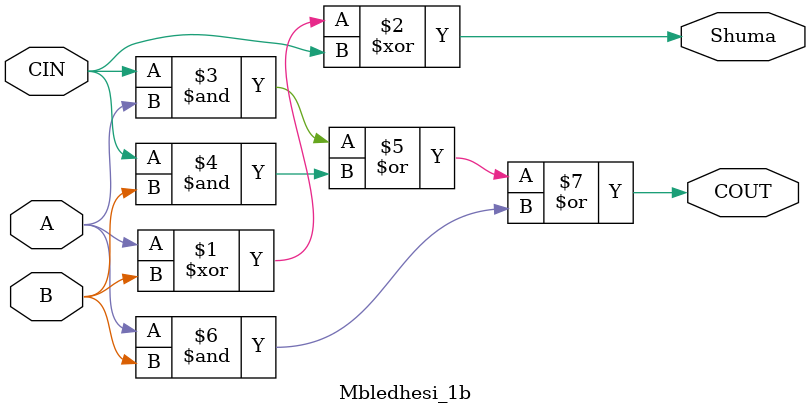
<source format=v>
`timescale 1ns / 1ps


module Mbledhesi_1b(
    input A,
    input B,
    input CIN,
    output Shuma,
    output COUT
    );

   // reg aXorb;

   // XOR_1b axorb(A,B,aXorb);
   // XOR_1b res(aXorb, CIN);

    assign Shuma = A ^ B ^ CIN;
    assign COUT = CIN & A | CIN & B | A & B;
endmodule

</source>
